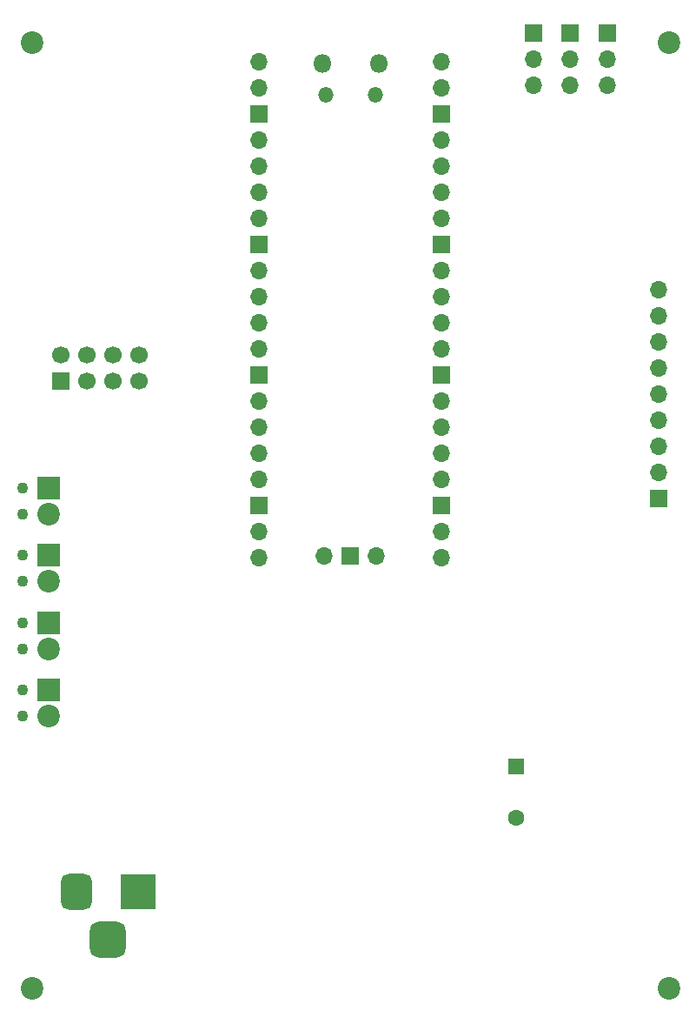
<source format=gbr>
%TF.GenerationSoftware,KiCad,Pcbnew,7.0.8-7.0.8~ubuntu22.04.1*%
%TF.CreationDate,2023-12-19T03:44:51+01:00*%
%TF.ProjectId,MecanumDevBoard,4d656361-6e75-46d4-9465-76426f617264,1.0*%
%TF.SameCoordinates,Original*%
%TF.FileFunction,Soldermask,Bot*%
%TF.FilePolarity,Negative*%
%FSLAX46Y46*%
G04 Gerber Fmt 4.6, Leading zero omitted, Abs format (unit mm)*
G04 Created by KiCad (PCBNEW 7.0.8-7.0.8~ubuntu22.04.1) date 2023-12-19 03:44:51*
%MOMM*%
%LPD*%
G01*
G04 APERTURE LIST*
G04 Aperture macros list*
%AMRoundRect*
0 Rectangle with rounded corners*
0 $1 Rounding radius*
0 $2 $3 $4 $5 $6 $7 $8 $9 X,Y pos of 4 corners*
0 Add a 4 corners polygon primitive as box body*
4,1,4,$2,$3,$4,$5,$6,$7,$8,$9,$2,$3,0*
0 Add four circle primitives for the rounded corners*
1,1,$1+$1,$2,$3*
1,1,$1+$1,$4,$5*
1,1,$1+$1,$6,$7*
1,1,$1+$1,$8,$9*
0 Add four rect primitives between the rounded corners*
20,1,$1+$1,$2,$3,$4,$5,0*
20,1,$1+$1,$4,$5,$6,$7,0*
20,1,$1+$1,$6,$7,$8,$9,0*
20,1,$1+$1,$8,$9,$2,$3,0*%
G04 Aperture macros list end*
%ADD10R,1.700000X1.700000*%
%ADD11O,1.700000X1.700000*%
%ADD12C,2.200000*%
%ADD13C,1.100000*%
%ADD14R,2.200000X2.200000*%
%ADD15O,1.800000X1.800000*%
%ADD16O,1.500000X1.500000*%
%ADD17R,3.500000X3.500000*%
%ADD18RoundRect,0.750000X-0.750000X-1.000000X0.750000X-1.000000X0.750000X1.000000X-0.750000X1.000000X0*%
%ADD19RoundRect,0.875000X-0.875000X-0.875000X0.875000X-0.875000X0.875000X0.875000X-0.875000X0.875000X0*%
%ADD20R,1.600000X1.600000*%
%ADD21C,1.600000*%
%ADD22C,1.700000*%
G04 APERTURE END LIST*
D10*
%TO.C,J4*%
X124840000Y-93080000D03*
D11*
X124840000Y-95620000D03*
X124840000Y-98160000D03*
%TD*%
D12*
%TO.C,H2*%
X72440000Y-94080000D03*
%TD*%
D13*
%TO.C,J6*%
X71450000Y-150510000D03*
X71450000Y-153050000D03*
D14*
X73990000Y-150510000D03*
D12*
X73990000Y-153050000D03*
%TD*%
%TO.C,H4*%
X72440000Y-186080000D03*
%TD*%
%TO.C,H3*%
X134440000Y-186080000D03*
%TD*%
D13*
%TO.C,J2*%
X71450000Y-137410000D03*
X71450000Y-139950000D03*
D14*
X73990000Y-137410000D03*
D12*
X73990000Y-139950000D03*
%TD*%
D15*
%TO.C,U6*%
X100715000Y-96080000D03*
D16*
X101015000Y-99110000D03*
X105865000Y-99110000D03*
D15*
X106165000Y-96080000D03*
D11*
X94550000Y-95950000D03*
X94550000Y-98490000D03*
D10*
X94550000Y-101030000D03*
D11*
X94550000Y-103570000D03*
X94550000Y-106110000D03*
X94550000Y-108650000D03*
X94550000Y-111190000D03*
D10*
X94550000Y-113730000D03*
D11*
X94550000Y-116270000D03*
X94550000Y-118810000D03*
X94550000Y-121350000D03*
X94550000Y-123890000D03*
D10*
X94550000Y-126430000D03*
D11*
X94550000Y-128970000D03*
X94550000Y-131510000D03*
X94550000Y-134050000D03*
X94550000Y-136590000D03*
D10*
X94550000Y-139130000D03*
D11*
X94550000Y-141670000D03*
X94550000Y-144210000D03*
X112330000Y-144210000D03*
X112330000Y-141670000D03*
D10*
X112330000Y-139130000D03*
D11*
X112330000Y-136590000D03*
X112330000Y-134050000D03*
X112330000Y-131510000D03*
X112330000Y-128970000D03*
D10*
X112330000Y-126430000D03*
D11*
X112330000Y-123890000D03*
X112330000Y-121350000D03*
X112330000Y-118810000D03*
X112330000Y-116270000D03*
D10*
X112330000Y-113730000D03*
D11*
X112330000Y-111190000D03*
X112330000Y-108650000D03*
X112330000Y-106110000D03*
X112330000Y-103570000D03*
D10*
X112330000Y-101030000D03*
D11*
X112330000Y-98490000D03*
X112330000Y-95950000D03*
X100900000Y-143980000D03*
D10*
X103440000Y-143980000D03*
D11*
X105980000Y-143980000D03*
%TD*%
D10*
%TO.C,J1*%
X128440000Y-93080000D03*
D11*
X128440000Y-95620000D03*
X128440000Y-98160000D03*
%TD*%
D13*
%TO.C,J3*%
X71450000Y-143960000D03*
X71450000Y-146500000D03*
D14*
X73990000Y-143960000D03*
D12*
X73990000Y-146500000D03*
%TD*%
D17*
%TO.C,J8*%
X82740000Y-176680000D03*
D18*
X76740000Y-176680000D03*
D19*
X79740000Y-181380000D03*
%TD*%
D20*
%TO.C,C21*%
X119550000Y-164497349D03*
D21*
X119550000Y-169497349D03*
%TD*%
D10*
%TO.C,U5*%
X75220000Y-127020000D03*
D22*
X75220000Y-124480000D03*
X77760000Y-127020000D03*
X77760000Y-124480000D03*
X80300000Y-127020000D03*
X80300000Y-124480000D03*
X82840000Y-127020000D03*
X82840000Y-124480000D03*
%TD*%
D10*
%TO.C,J5*%
X121240000Y-93080000D03*
D11*
X121240000Y-95620000D03*
X121240000Y-98160000D03*
%TD*%
D10*
%TO.C,J9*%
X133440000Y-138400000D03*
D11*
X133440000Y-135860000D03*
X133440000Y-133320000D03*
X133440000Y-130780000D03*
X133440000Y-128240000D03*
X133440000Y-125700000D03*
X133440000Y-123160000D03*
X133440000Y-120620000D03*
X133440000Y-118080000D03*
%TD*%
D12*
%TO.C,H1*%
X134440000Y-94080000D03*
%TD*%
D13*
%TO.C,J7*%
X71450000Y-157060000D03*
X71450000Y-159600000D03*
D14*
X73990000Y-157060000D03*
D12*
X73990000Y-159600000D03*
%TD*%
M02*

</source>
